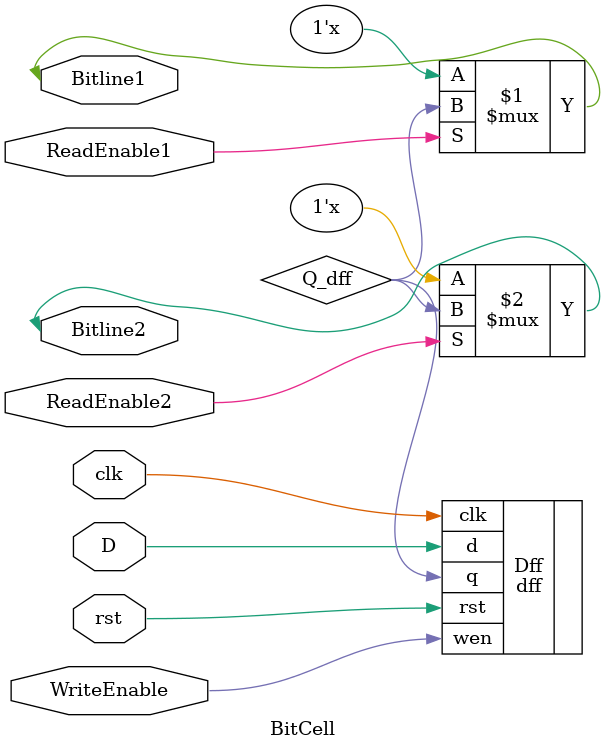
<source format=sv>
module BitCell(clk, rst,D, WriteEnable,ReadEnable1,ReadEnable2,Bitline1,Bitline2);

input clk;
input rst; 
input D;
input WriteEnable;
input ReadEnable1;
input ReadEnable2; 

inout Bitline1;
inout Bitline2;

wire Q_dff; 

//iii.Each bit cell (as show above) consists of a D-Flip Flop and tri-state buffers.

dff Dff(.q(Q_dff), .d(D), .wen(WriteEnable), .clk(clk), .rst(rst));

//tri-state: high z if ~ReadEnable 
assign Bitline1 = (ReadEnable1) ? Q_dff: 1'bz;
assign Bitline2 = (ReadEnable2) ? Q_dff: 1'bz;

	
endmodule

</source>
